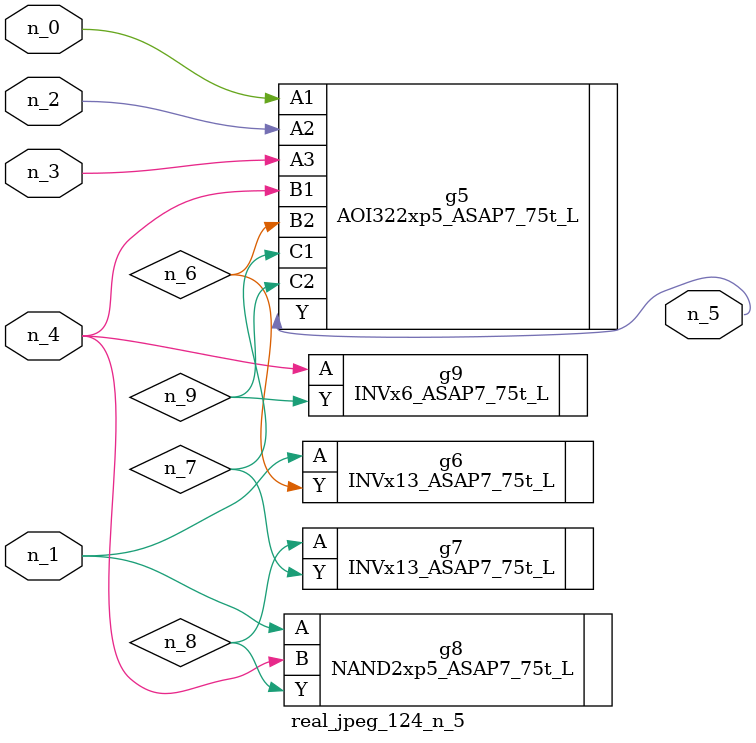
<source format=v>
module real_jpeg_124_n_5 (n_4, n_0, n_1, n_2, n_3, n_5);

input n_4;
input n_0;
input n_1;
input n_2;
input n_3;

output n_5;

wire n_8;
wire n_6;
wire n_7;
wire n_9;

AOI322xp5_ASAP7_75t_L g5 ( 
.A1(n_0),
.A2(n_2),
.A3(n_3),
.B1(n_4),
.B2(n_6),
.C1(n_7),
.C2(n_9),
.Y(n_5)
);

INVx13_ASAP7_75t_L g6 ( 
.A(n_1),
.Y(n_6)
);

NAND2xp5_ASAP7_75t_L g8 ( 
.A(n_1),
.B(n_4),
.Y(n_8)
);

INVx6_ASAP7_75t_L g9 ( 
.A(n_4),
.Y(n_9)
);

INVx13_ASAP7_75t_L g7 ( 
.A(n_8),
.Y(n_7)
);


endmodule
</source>
